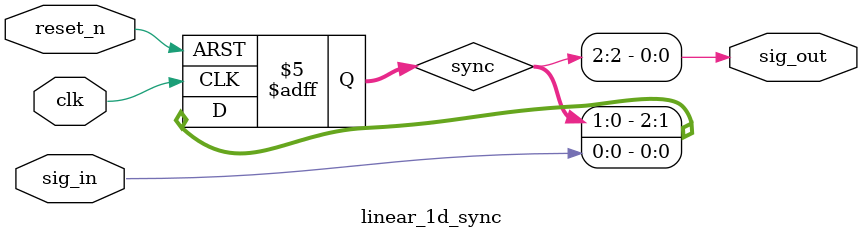
<source format=v>
module linear_1d_sync
     #(parameter ACTIVE_HIGH=1 // 1: high-input cause hihg-output
               , CYCLES=2)
(
       input  wire        reset_n
     , input  wire        clk
     , input  wire        sig_in
     , output wire        sig_out
);
   //---------------------------------------------------------------------------
   localparam INIT_VALUE=(ACTIVE_HIGH[0]==1'b1) ? 'b0 : 'b1;
   //---------------------------------------------------------------------------
   reg [CYCLES:0] sync={CYCLES+1{INIT_VALUE[0]}};
   //---------------------------------------------------------------------------
   integer idx;
   always @ (posedge clk or negedge reset_n) begin
   if (reset_n==1'b0) begin
       sync <= {CYCLES+1{INIT_VALUE[0]}};
   end else begin
       sync[0] <= sig_in;
       for (idx=1; idx<=CYCLES; idx=idx+1) begin
            sync[idx] <= sync[idx-1];
       end
   end // if
   end // always
   //---------------------------------------------------------------------------
   assign sig_out = sync[CYCLES];
   //---------------------------------------------------------------------------
endmodule
//------------------------------------------------------------------------------
// Revision History
//
// 2021.06.10: Started by Ando Ki (andoki@gmail.com)
//------------------------------------------------------------------------------

</source>
